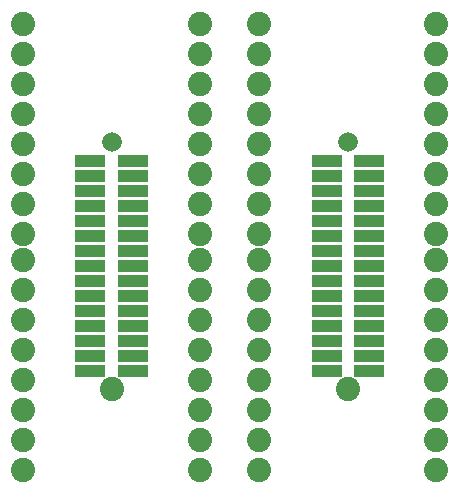
<source format=gbs>
G04 (created by PCBNEW (2013-mar-13)-testing) date Tue 20 Aug 2013 10:34:20 AM PDT*
%MOIN*%
G04 Gerber Fmt 3.4, Leading zero omitted, Abs format*
%FSLAX34Y34*%
G01*
G70*
G90*
G04 APERTURE LIST*
%ADD10C,0.005906*%
%ADD11C,0.080748*%
%ADD12R,0.098748X0.041748*%
%ADD13C,0.065748*%
G04 APERTURE END LIST*
G54D10*
G54D11*
X20669Y-20122D03*
X20669Y-21122D03*
X20669Y-22122D03*
X20669Y-23122D03*
X20669Y-24122D03*
X20669Y-25122D03*
X20669Y-26122D03*
X20669Y-27122D03*
X26574Y-27122D03*
X26574Y-26122D03*
X26574Y-25122D03*
X26574Y-24122D03*
X26574Y-23122D03*
X26574Y-22122D03*
X26574Y-21122D03*
X26574Y-20122D03*
X20669Y-27996D03*
X20669Y-28996D03*
X20669Y-29996D03*
X20669Y-30996D03*
X20669Y-31996D03*
X20669Y-32996D03*
X20669Y-33996D03*
X20669Y-34996D03*
X26574Y-34996D03*
X26574Y-33996D03*
X26574Y-32996D03*
X26574Y-31996D03*
X26574Y-30996D03*
X26574Y-29996D03*
X26574Y-28996D03*
X26574Y-27996D03*
X28543Y-20122D03*
X28543Y-21122D03*
X28543Y-22122D03*
X28543Y-23122D03*
X28543Y-24122D03*
X28543Y-25122D03*
X28543Y-26122D03*
X28543Y-27122D03*
X34448Y-27122D03*
X34448Y-26122D03*
X34448Y-25122D03*
X34448Y-24122D03*
X34448Y-23122D03*
X34448Y-22122D03*
X34448Y-21122D03*
X34448Y-20122D03*
X28543Y-27996D03*
X28543Y-28996D03*
X28543Y-29996D03*
X28543Y-30996D03*
X28543Y-31996D03*
X28543Y-32996D03*
X28543Y-33996D03*
X28543Y-34996D03*
X34448Y-34996D03*
X34448Y-33996D03*
X34448Y-32996D03*
X34448Y-31996D03*
X34448Y-30996D03*
X34448Y-29996D03*
X34448Y-28996D03*
X34448Y-27996D03*
G54D12*
X24332Y-24688D03*
X22912Y-24688D03*
X24332Y-25188D03*
X22912Y-25188D03*
X24332Y-25688D03*
X22912Y-25688D03*
X24332Y-26188D03*
X22912Y-26188D03*
X24332Y-26688D03*
X22912Y-26688D03*
X24332Y-27188D03*
X22912Y-27188D03*
X24332Y-27688D03*
X22912Y-27688D03*
X24332Y-28188D03*
X22912Y-28188D03*
X24332Y-28688D03*
X22912Y-28688D03*
X24332Y-29188D03*
X22912Y-29188D03*
X24332Y-29688D03*
X22912Y-29688D03*
X24332Y-30188D03*
X22912Y-30188D03*
X24332Y-30688D03*
X22912Y-30688D03*
X24332Y-31188D03*
X22912Y-31188D03*
X24332Y-31688D03*
X22912Y-31688D03*
G54D13*
X23622Y-24068D03*
G54D11*
X23622Y-32308D03*
G54D12*
X32206Y-24688D03*
X30786Y-24688D03*
X32206Y-25188D03*
X30786Y-25188D03*
X32206Y-25688D03*
X30786Y-25688D03*
X32206Y-26188D03*
X30786Y-26188D03*
X32206Y-26688D03*
X30786Y-26688D03*
X32206Y-27188D03*
X30786Y-27188D03*
X32206Y-27688D03*
X30786Y-27688D03*
X32206Y-28188D03*
X30786Y-28188D03*
X32206Y-28688D03*
X30786Y-28688D03*
X32206Y-29188D03*
X30786Y-29188D03*
X32206Y-29688D03*
X30786Y-29688D03*
X32206Y-30188D03*
X30786Y-30188D03*
X32206Y-30688D03*
X30786Y-30688D03*
X32206Y-31188D03*
X30786Y-31188D03*
X32206Y-31688D03*
X30786Y-31688D03*
G54D13*
X31496Y-24068D03*
G54D11*
X31496Y-32308D03*
M02*

</source>
